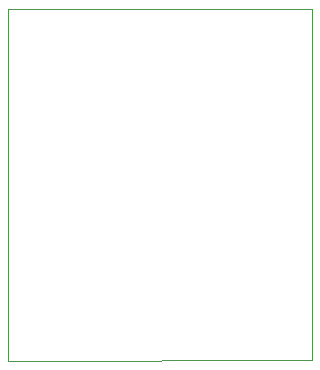
<source format=gm1>
G04 #@! TF.GenerationSoftware,KiCad,Pcbnew,(5.99.0-1101-g9de7547c2)*
G04 #@! TF.CreationDate,2020-03-13T08:54:08+02:00*
G04 #@! TF.ProjectId,cabeza-de-carne,63616265-7a61-42d6-9465-2d6361726e65,rev?*
G04 #@! TF.SameCoordinates,Original*
G04 #@! TF.FileFunction,Profile,NP*
%FSLAX46Y46*%
G04 Gerber Fmt 4.6, Leading zero omitted, Abs format (unit mm)*
G04 Created by KiCad (PCBNEW (5.99.0-1101-g9de7547c2)) date 2020-03-13 08:54:08*
%MOMM*%
%LPD*%
G01*
G04 APERTURE LIST*
%ADD10C,0.100000*%
G04 APERTURE END LIST*
D10*
X250698000Y54102000D02*
X250698000Y24384000D01*
X224993200Y54102000D02*
X250698000Y54102000D01*
X224993200Y24333200D02*
X224993200Y54102000D01*
X250698000Y24384000D02*
X224993200Y24333200D01*
M02*

</source>
